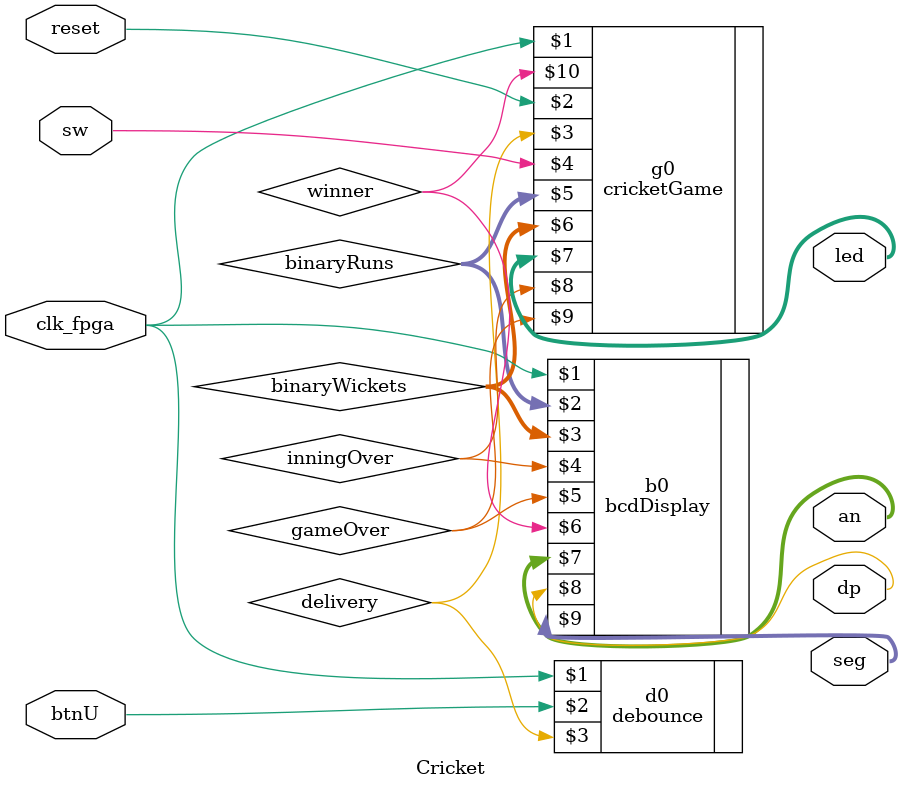
<source format=v>
`timescale 1ns / 1ps

module Cricket(
    input clk_fpga,     // 100MHz Basys3 master clock
    input reset,        // center push button used as reset
    input btnU,         // up push button    
    input sw,           // switch between Team 1 and Team 2        
    output dp,          // use the third decimal point as a separator
    output [6:0] seg,   // goes to anode ports defined in  constraints
    output [3:0] an,    // goes to seven seg cathodes defined in constraints
    output [15:0] led   // drive the leds
    );     
   
    wire delivery;  // debounced up button press      
    wire [7:0] binaryRuns;  // runs from game
    wire [3:0] binaryWickets; // wickets from game   
    wire inningOver; // signal from match to bcd display to show IO(inning over) on display
    wire gameOver;  // signal from match to bcd display to lock in winner on display 
    wire winner;    // signal from match to bcd display to select winner to display    
    
    // debounces the up push button      
    debounce d0(clk_fpga, btnU, delivery);   
    
    // A single game of cricket     
    cricketGame g0(clk_fpga, reset, delivery, sw, binaryRuns, binaryWickets, led, inningOver, gameOver, winner);       
    
    /* converts and displays the runs on the three leftmost digits and the wickets on the last fourth digit,
       separated by a decimal point. Eg; 199.8 (199 runs , and 8 wickets)
       displays the match winner as t01.0 or t02.0 when the game is over */
    bcdDisplay b0(clk_fpga, binaryRuns, binaryWickets, inningOver, gameOver, winner, an, dp, seg);    
      
endmodule
</source>
